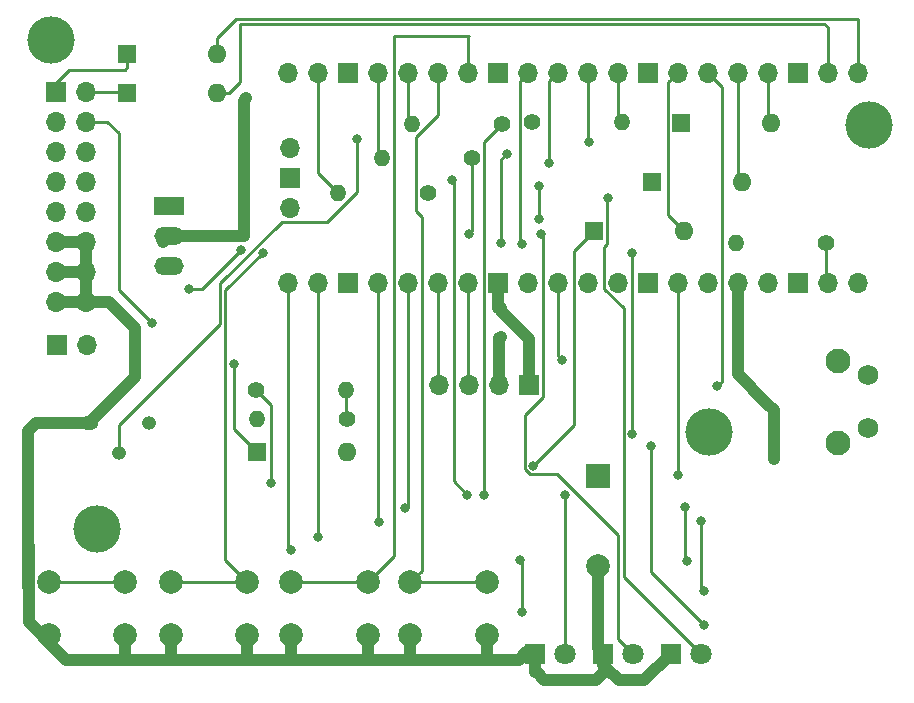
<source format=gbr>
%TF.GenerationSoftware,KiCad,Pcbnew,7.0.8*%
%TF.CreationDate,2024-04-12T09:27:46+03:00*%
%TF.ProjectId,PicoDrive,5069636f-4472-4697-9665-2e6b69636164,rev?*%
%TF.SameCoordinates,PX55854f8PY4548d10*%
%TF.FileFunction,Copper,L2,Bot*%
%TF.FilePolarity,Positive*%
%FSLAX46Y46*%
G04 Gerber Fmt 4.6, Leading zero omitted, Abs format (unit mm)*
G04 Created by KiCad (PCBNEW 7.0.8) date 2024-04-12 09:27:46*
%MOMM*%
%LPD*%
G01*
G04 APERTURE LIST*
%TA.AperFunction,ComponentPad*%
%ADD10R,1.700000X1.700000*%
%TD*%
%TA.AperFunction,ComponentPad*%
%ADD11O,1.700000X1.700000*%
%TD*%
%TA.AperFunction,ComponentPad*%
%ADD12R,2.000000X2.000000*%
%TD*%
%TA.AperFunction,ComponentPad*%
%ADD13C,2.000000*%
%TD*%
%TA.AperFunction,ComponentPad*%
%ADD14C,1.400000*%
%TD*%
%TA.AperFunction,ComponentPad*%
%ADD15O,1.400000X1.400000*%
%TD*%
%TA.AperFunction,ComponentPad*%
%ADD16R,1.600000X1.600000*%
%TD*%
%TA.AperFunction,ComponentPad*%
%ADD17O,1.600000X1.600000*%
%TD*%
%TA.AperFunction,ComponentPad*%
%ADD18R,1.800000X1.800000*%
%TD*%
%TA.AperFunction,ComponentPad*%
%ADD19C,1.800000*%
%TD*%
%TA.AperFunction,ComponentPad*%
%ADD20O,1.600000X1.200000*%
%TD*%
%TA.AperFunction,ComponentPad*%
%ADD21O,1.200000X1.200000*%
%TD*%
%TA.AperFunction,ComponentPad*%
%ADD22C,2.100000*%
%TD*%
%TA.AperFunction,ComponentPad*%
%ADD23C,1.750000*%
%TD*%
%TA.AperFunction,ComponentPad*%
%ADD24R,2.500000X1.500000*%
%TD*%
%TA.AperFunction,ComponentPad*%
%ADD25O,2.500000X1.500000*%
%TD*%
%TA.AperFunction,ViaPad*%
%ADD26C,0.800000*%
%TD*%
%TA.AperFunction,ViaPad*%
%ADD27C,4.000000*%
%TD*%
%TA.AperFunction,Conductor*%
%ADD28C,0.250000*%
%TD*%
%TA.AperFunction,Conductor*%
%ADD29C,1.000000*%
%TD*%
G04 APERTURE END LIST*
D10*
%TO.P,J2,1,Pin_1*%
%TO.N,Net-(J2-Pin_1)*%
X3475000Y-28700000D03*
D11*
%TO.P,J2,2,Pin_2*%
%TO.N,Net-(J2-Pin_2)*%
X6015000Y-28700000D03*
%TD*%
D12*
%TO.P,BZ1,1,-*%
%TO.N,Net-(BZ1--)*%
X49300000Y-39800000D03*
D13*
%TO.P,BZ1,2,+*%
%TO.N,/GND*%
X49300000Y-47400000D03*
%TD*%
D11*
%TO.P,U1,1,GPIO0*%
%TO.N,Net-(D1-A)*%
X71295000Y-5670000D03*
%TO.P,U1,2,GPIO1*%
%TO.N,Net-(D2-A)*%
X68755000Y-5670000D03*
D10*
%TO.P,U1,3,GND*%
%TO.N,/GND*%
X66215000Y-5670000D03*
D11*
%TO.P,U1,4,GPIO2*%
%TO.N,Net-(D15-A)*%
X63675000Y-5670000D03*
%TO.P,U1,5,GPIO3*%
%TO.N,Net-(D14-A)*%
X61135000Y-5670000D03*
%TO.P,U1,6,GPIO4*%
%TO.N,Net-(U1-GPIO4)*%
X58595000Y-5670000D03*
%TO.P,U1,7,GPIO5*%
%TO.N,Net-(D12-A)*%
X56055000Y-5670000D03*
D10*
%TO.P,U1,8,GND*%
%TO.N,/GND*%
X53515000Y-5670000D03*
D11*
%TO.P,U1,9,GPIO6*%
%TO.N,Net-(U1-GPIO6)*%
X50975000Y-5670000D03*
%TO.P,U1,10,GPIO7*%
%TO.N,Net-(J2-Pin_1)*%
X48435000Y-5670000D03*
%TO.P,U1,11,GPIO8*%
%TO.N,Net-(U1-GPIO8)*%
X45895000Y-5670000D03*
%TO.P,U1,12,GPIO9*%
%TO.N,Net-(U1-GPIO9)*%
X43355000Y-5670000D03*
D10*
%TO.P,U1,13,GND*%
%TO.N,/GND*%
X40815000Y-5670000D03*
D11*
%TO.P,U1,14,GPIO10*%
%TO.N,Net-(U1-GPIO10)*%
X38275000Y-5670000D03*
%TO.P,U1,15,GPIO11*%
%TO.N,Net-(U1-GPIO11)*%
X35735000Y-5670000D03*
%TO.P,U1,16,GPIO12*%
%TO.N,Net-(U1-GPIO12)*%
X33195000Y-5670000D03*
%TO.P,U1,17,GPIO13*%
%TO.N,Net-(U1-GPIO13)*%
X30655000Y-5670000D03*
D10*
%TO.P,U1,18,GND*%
%TO.N,/GND*%
X28115000Y-5670000D03*
D11*
%TO.P,U1,19,GPIO14*%
%TO.N,Net-(U1-GPIO14)*%
X25575000Y-5670000D03*
%TO.P,U1,20,GPIO15*%
%TO.N,Net-(J4-DET)*%
X23035000Y-5670000D03*
%TO.P,U1,21,GPIO16*%
%TO.N,/MISO*%
X23035000Y-23450000D03*
%TO.P,U1,22,GPIO17*%
%TO.N,/CS*%
X25575000Y-23450000D03*
D10*
%TO.P,U1,23,GND*%
%TO.N,unconnected-(U1-GND-Pad23)*%
X28115000Y-23450000D03*
D11*
%TO.P,U1,24,GPIO18*%
%TO.N,/SCK*%
X30655000Y-23450000D03*
%TO.P,U1,25,GPIO19*%
%TO.N,/MOSI*%
X33195000Y-23450000D03*
%TO.P,U1,26,GPIO20*%
%TO.N,Net-(J3-Pin_4)*%
X35735000Y-23450000D03*
%TO.P,U1,27,GPIO21*%
%TO.N,Net-(J3-Pin_3)*%
X38275000Y-23450000D03*
D10*
%TO.P,U1,28,GND*%
%TO.N,Net-(J3-Pin_1)*%
X40815000Y-23450000D03*
D11*
%TO.P,U1,29,GPIO22*%
%TO.N,Net-(J2-Pin_2)*%
X43355000Y-23450000D03*
%TO.P,U1,30,RUN*%
%TO.N,Net-(U1-RUN)*%
X45895000Y-23450000D03*
%TO.P,U1,31,GPIO26_ADC0*%
%TO.N,unconnected-(U1-GPIO26_ADC0-Pad31)*%
X48435000Y-23450000D03*
%TO.P,U1,32,GPIO27_ADC1*%
%TO.N,unconnected-(U1-GPIO27_ADC1-Pad32)*%
X50975000Y-23450000D03*
D10*
%TO.P,U1,33,AGND*%
%TO.N,unconnected-(U1-AGND-Pad33)*%
X53515000Y-23450000D03*
D11*
%TO.P,U1,34,GPIO28_ADC2*%
%TO.N,Net-(BZ1--)*%
X56055000Y-23450000D03*
%TO.P,U1,35,ADC_VREF*%
%TO.N,unconnected-(U1-ADC_VREF-Pad35)*%
X58595000Y-23450000D03*
%TO.P,U1,36,3V3*%
%TO.N,/VCC 3.3V*%
X61135000Y-23450000D03*
%TO.P,U1,37,3V3_EN*%
%TO.N,unconnected-(U1-3V3_EN-Pad37)*%
X63675000Y-23450000D03*
D10*
%TO.P,U1,38,GND*%
%TO.N,unconnected-(U1-GND-Pad38)*%
X66215000Y-23450000D03*
D11*
%TO.P,U1,39,VSYS*%
%TO.N,Net-(J3-Pin_2)*%
X68755000Y-23450000D03*
%TO.P,U1,40,VBUS*%
%TO.N,unconnected-(U1-VBUS-Pad40)*%
X71295000Y-23450000D03*
%TO.P,U1,41,SWCLK*%
%TO.N,unconnected-(U1-SWCLK-Pad41)*%
X23265000Y-12020000D03*
D10*
%TO.P,U1,42,GND*%
%TO.N,unconnected-(U1-GND-Pad42)*%
X23265000Y-14560000D03*
D11*
%TO.P,U1,43,SWDIO*%
%TO.N,unconnected-(U1-SWDIO-Pad43)*%
X23265000Y-17100000D03*
%TD*%
D10*
%TO.P,J1,1a,Pin_1a*%
%TO.N,Net-(D1-K)*%
X3435000Y-7255000D03*
D11*
%TO.P,J1,1b,Pin_1b*%
%TO.N,Net-(D2-K)*%
X5975000Y-7255000D03*
%TO.P,J1,2a,Pin_2a*%
%TO.N,Net-(D15-K)*%
X3435000Y-9795000D03*
%TO.P,J1,2b,Pin_2b*%
%TO.N,Net-(D11-K)*%
X5975000Y-9795000D03*
%TO.P,J1,3a,Pin_3a*%
%TO.N,unconnected-(J1-Pin_3a-Pad3a)*%
X3435000Y-12335000D03*
%TO.P,J1,3b,Pin_3b*%
%TO.N,unconnected-(J1-Pin_3b-Pad3b)*%
X5975000Y-12335000D03*
%TO.P,J1,4a,Pin_4a*%
%TO.N,Net-(J1-Pin_4a)*%
X3435000Y-14875000D03*
%TO.P,J1,4b,Pin_4b*%
%TO.N,Net-(J1-Pin_4b)*%
X5975000Y-14875000D03*
%TO.P,J1,5a,Pin_5a*%
%TO.N,Net-(D12-K)*%
X3435000Y-17415000D03*
%TO.P,J1,5b,Pin_5b*%
%TO.N,Net-(D14-K)*%
X5975000Y-17415000D03*
%TO.P,J1,6a,Pin_6a*%
%TO.N,/GND*%
X3435000Y-19955000D03*
%TO.P,J1,6b,Pin_6b*%
X5975000Y-19955000D03*
%TO.P,J1,7a,Pin_7a*%
X3435000Y-22495000D03*
%TO.P,J1,7b,Pin_7b*%
X5975000Y-22495000D03*
%TO.P,J1,8a,Pin_8a*%
X3435000Y-25035000D03*
%TO.P,J1,8b,Pin_8b*%
X5975000Y-25035000D03*
%TD*%
D14*
%TO.P,R22,1*%
%TO.N,Net-(Q3-B)*%
X43705000Y-9825000D03*
D15*
%TO.P,R22,2*%
%TO.N,Net-(U1-GPIO6)*%
X51325000Y-9825000D03*
%TD*%
D14*
%TO.P,R6,1*%
%TO.N,Net-(BL_LED1-A)*%
X34935000Y-15850000D03*
D15*
%TO.P,R6,2*%
%TO.N,Net-(U1-GPIO14)*%
X27315000Y-15850000D03*
%TD*%
D14*
%TO.P,R7,1*%
%TO.N,Net-(RD_LED1-A)*%
X38610000Y-12850000D03*
D15*
%TO.P,R7,2*%
%TO.N,Net-(U1-GPIO13)*%
X30990000Y-12850000D03*
%TD*%
D16*
%TO.P,D2,1,K*%
%TO.N,Net-(D2-K)*%
X9455000Y-7350000D03*
D17*
%TO.P,D2,2,A*%
%TO.N,Net-(D2-A)*%
X17075000Y-7350000D03*
%TD*%
D14*
%TO.P,R26,1*%
%TO.N,Net-(U1-GPIO4)*%
X28025000Y-35000000D03*
D15*
%TO.P,R26,2*%
%TO.N,/GND*%
X20405000Y-35000000D03*
%TD*%
D18*
%TO.P,BL_LED1,1,K*%
%TO.N,/GND*%
X55475000Y-54862500D03*
D19*
%TO.P,BL_LED1,2,A*%
%TO.N,Net-(BL_LED1-A)*%
X58015000Y-54862500D03*
%TD*%
D14*
%TO.P,R25,1*%
%TO.N,Net-(J1-Pin_4a)*%
X20330000Y-32500000D03*
D15*
%TO.P,R25,2*%
%TO.N,Net-(U1-GPIO4)*%
X27950000Y-32500000D03*
%TD*%
D18*
%TO.P,RD_LED1,1,K*%
%TO.N,/GND*%
X49775000Y-54862500D03*
D19*
%TO.P,RD_LED1,2,A*%
%TO.N,Net-(RD_LED1-A)*%
X52315000Y-54862500D03*
%TD*%
D20*
%TO.P,Q3,1,E*%
%TO.N,/GND*%
X6200000Y-35350000D03*
D21*
%TO.P,Q3,2,B*%
%TO.N,Net-(Q3-B)*%
X8740000Y-37890000D03*
%TO.P,Q3,3,C*%
%TO.N,Net-(D11-A)*%
X11280000Y-35350000D03*
%TD*%
D16*
%TO.P,D11,1,K*%
%TO.N,Net-(D11-K)*%
X20400000Y-37775000D03*
D17*
%TO.P,D11,2,A*%
%TO.N,Net-(D11-A)*%
X28020000Y-37775000D03*
%TD*%
D16*
%TO.P,D14,1,K*%
%TO.N,Net-(D14-K)*%
X53880000Y-14875000D03*
D17*
%TO.P,D14,2,A*%
%TO.N,Net-(D14-A)*%
X61500000Y-14875000D03*
%TD*%
D10*
%TO.P,J3,1,Pin_1*%
%TO.N,Net-(J3-Pin_1)*%
X43490000Y-32075000D03*
D11*
%TO.P,J3,2,Pin_2*%
%TO.N,Net-(J3-Pin_2)*%
X40950000Y-32075000D03*
%TO.P,J3,3,Pin_3*%
%TO.N,Net-(J3-Pin_3)*%
X38410000Y-32075000D03*
%TO.P,J3,4,Pin_4*%
%TO.N,Net-(J3-Pin_4)*%
X35870000Y-32075000D03*
%TD*%
D22*
%TO.P,SW_RST1,*%
%TO.N,*%
X69647500Y-30025000D03*
X69647500Y-37035000D03*
D23*
%TO.P,SW_RST1,1,1*%
%TO.N,Net-(U1-RUN)*%
X72137500Y-31275000D03*
%TO.P,SW_RST1,2,2*%
%TO.N,/GND*%
X72137500Y-35775000D03*
%TD*%
D14*
%TO.P,R8,1*%
%TO.N,Net-(GR_LED1-A)*%
X41175000Y-9975000D03*
D15*
%TO.P,R8,2*%
%TO.N,Net-(U1-GPIO12)*%
X33555000Y-9975000D03*
%TD*%
D24*
%TO.P,U2,1,Vin*%
%TO.N,Net-(J1-Pin_4b)*%
X12952500Y-16942500D03*
D25*
%TO.P,U2,2,GND*%
%TO.N,/GND*%
X12952500Y-19482500D03*
%TO.P,U2,3,Vout*%
%TO.N,Net-(J3-Pin_2)*%
X12952500Y-22022500D03*
%TD*%
D14*
%TO.P,R21,1*%
%TO.N,Net-(J3-Pin_2)*%
X68600000Y-20100000D03*
D15*
%TO.P,R21,2*%
%TO.N,Net-(D11-A)*%
X60980000Y-20100000D03*
%TD*%
D13*
%TO.P,SW_ENT1,1,1*%
%TO.N,/GND*%
X29800000Y-53250000D03*
X23300000Y-53250000D03*
%TO.P,SW_ENT1,2,2*%
%TO.N,Net-(U1-GPIO10)*%
X29800000Y-48750000D03*
X23300000Y-48750000D03*
%TD*%
D16*
%TO.P,D15,1,K*%
%TO.N,Net-(D15-K)*%
X56380000Y-9925000D03*
D17*
%TO.P,D15,2,A*%
%TO.N,Net-(D15-A)*%
X64000000Y-9925000D03*
%TD*%
D18*
%TO.P,GR_LED1,1,K*%
%TO.N,/GND*%
X44010000Y-54887500D03*
D19*
%TO.P,GR_LED1,2,A*%
%TO.N,Net-(GR_LED1-A)*%
X46550000Y-54887500D03*
%TD*%
D16*
%TO.P,D1,1,K*%
%TO.N,Net-(D1-K)*%
X9455000Y-4075000D03*
D17*
%TO.P,D1,2,A*%
%TO.N,Net-(D1-A)*%
X17075000Y-4075000D03*
%TD*%
D13*
%TO.P,SW_NXT1,1,1*%
%TO.N,/GND*%
X19625000Y-53250000D03*
X13125000Y-53250000D03*
%TO.P,SW_NXT1,2,2*%
%TO.N,Net-(U1-GPIO9)*%
X19625000Y-48750000D03*
X13125000Y-48750000D03*
%TD*%
D16*
%TO.P,D12,1,K*%
%TO.N,Net-(D12-K)*%
X48965000Y-19050000D03*
D17*
%TO.P,D12,2,A*%
%TO.N,Net-(D12-A)*%
X56585000Y-19050000D03*
%TD*%
D13*
%TO.P,SW_PRV1,1,1*%
%TO.N,/GND*%
X9300000Y-53250000D03*
X2800000Y-53250000D03*
%TO.P,SW_PRV1,2,2*%
%TO.N,Net-(U1-GPIO8)*%
X9300000Y-48750000D03*
X2800000Y-48750000D03*
%TD*%
%TO.P,SW_BCK1,1,1*%
%TO.N,/GND*%
X39925000Y-53300000D03*
X33425000Y-53300000D03*
%TO.P,SW_BCK1,2,2*%
%TO.N,Net-(U1-GPIO11)*%
X39925000Y-48800000D03*
X33425000Y-48800000D03*
%TD*%
D26*
%TO.N,Net-(J2-Pin_1)*%
X48550000Y-11525000D03*
X41575000Y-12550000D03*
X41125000Y-20050000D03*
X19125048Y-20650048D03*
X14650000Y-23975000D03*
D27*
%TO.N,*%
X6900000Y-44325000D03*
X3025000Y-2875000D03*
X58725000Y-36075000D03*
X72275000Y-10100000D03*
D26*
%TO.N,Net-(BZ1--)*%
X56125000Y-39675000D03*
%TO.N,/GND*%
X19525000Y-7825000D03*
%TO.N,Net-(BL_LED1-A)*%
X50150000Y-16250000D03*
%TO.N,Net-(GR_LED1-A)*%
X39675000Y-41375000D03*
X46550000Y-41375000D03*
%TO.N,Net-(RD_LED1-A)*%
X44450000Y-19300000D03*
X38400000Y-19300000D03*
%TO.N,Net-(D11-K)*%
X18475000Y-30350000D03*
X11550000Y-26825000D03*
%TO.N,Net-(D11-A)*%
X52150000Y-20950000D03*
X52200000Y-36250000D03*
%TO.N,Net-(D12-K)*%
X43850000Y-38925000D03*
%TO.N,Net-(D14-K)*%
X44275000Y-18000000D03*
X44275000Y-15250000D03*
%TO.N,Net-(J1-Pin_4a)*%
X21625000Y-40375000D03*
%TO.N,/CS*%
X25600000Y-44925000D03*
%TO.N,/SCK*%
X58300000Y-49500000D03*
X58025000Y-43625000D03*
X30800000Y-43700000D03*
%TO.N,/MOSI*%
X56850000Y-47000000D03*
X56700000Y-42450000D03*
X33000000Y-42525000D03*
%TO.N,/MISO*%
X23325000Y-46050000D03*
X42875000Y-51300000D03*
X42675000Y-46875000D03*
%TO.N,Net-(J3-Pin_2)*%
X41075000Y-28027500D03*
%TO.N,/VCC 3.3V*%
X64175000Y-38350000D03*
X64175000Y-38350000D03*
%TO.N,Net-(J4-DET)*%
X53768476Y-37243476D03*
X58275000Y-52400000D03*
%TO.N,Net-(Q3-B)*%
X28900000Y-11275000D03*
%TO.N,Net-(U1-GPIO4)*%
X59375000Y-32200000D03*
%TO.N,Net-(U1-RUN)*%
X46225000Y-29975000D03*
%TO.N,Net-(U1-GPIO8)*%
X38225000Y-41375000D03*
X36975000Y-14700000D03*
X45175000Y-13300000D03*
%TO.N,Net-(U1-GPIO9)*%
X42900000Y-20175000D03*
X20925000Y-20900000D03*
%TD*%
D28*
%TO.N,Net-(J2-Pin_1)*%
X48435000Y-11410000D02*
X48435000Y-5670000D01*
X48550000Y-11525000D02*
X48435000Y-11410000D01*
X41125000Y-13000000D02*
X41575000Y-12550000D01*
X41125000Y-20050000D02*
X41125000Y-13000000D01*
X15800096Y-23975000D02*
X19125048Y-20650048D01*
X14650000Y-23975000D02*
X15800096Y-23975000D01*
D29*
%TO.N,/GND*%
X10150000Y-31400000D02*
X6200000Y-35350000D01*
X10150000Y-27300000D02*
X10150000Y-31400000D01*
X7885000Y-25035000D02*
X10150000Y-27300000D01*
X5975000Y-25035000D02*
X7885000Y-25035000D01*
D28*
%TO.N,Net-(Q3-B)*%
X26379656Y-18270344D02*
X28900000Y-15750000D01*
X17300000Y-23499695D02*
X22529351Y-18270344D01*
X17300000Y-26925000D02*
X17300000Y-23499695D01*
X22529351Y-18270344D02*
X26379656Y-18270344D01*
X8740000Y-35485000D02*
X17300000Y-26925000D01*
X28900000Y-15750000D02*
X28900000Y-11275000D01*
X8740000Y-37890000D02*
X8740000Y-35485000D01*
%TO.N,Net-(D11-K)*%
X8750000Y-10775000D02*
X7770000Y-9795000D01*
X11550000Y-26825000D02*
X8750000Y-24025000D01*
X8750000Y-24025000D02*
X8750000Y-10775000D01*
X7770000Y-9795000D02*
X5975000Y-9795000D01*
%TO.N,Net-(BZ1--)*%
X56055000Y-38055000D02*
X56055000Y-37925000D01*
X56100000Y-38100000D02*
X56055000Y-38055000D01*
X56055000Y-37925000D02*
X56055000Y-23450000D01*
X56125000Y-39675000D02*
X56125000Y-37995000D01*
X56125000Y-37995000D02*
X56055000Y-37925000D01*
D29*
%TO.N,/GND*%
X12480000Y-19955000D02*
X12952500Y-19482500D01*
X23300000Y-55187500D02*
X23300000Y-53250000D01*
X1025000Y-36025000D02*
X1700000Y-35350000D01*
D28*
X9300000Y-53250000D02*
X9300000Y-55012500D01*
D29*
X12952500Y-19482500D02*
X19332500Y-19482500D01*
X33750000Y-55362500D02*
X33425000Y-55037500D01*
X49775000Y-55800000D02*
X50100000Y-56125000D01*
X1100000Y-52162500D02*
X1100000Y-45712500D01*
X49175000Y-57050000D02*
X50100000Y-56125000D01*
X13300000Y-55362500D02*
X19400000Y-55362500D01*
X13300000Y-55362500D02*
X13125000Y-55187500D01*
X13125000Y-55187500D02*
X13125000Y-53250000D01*
X49300000Y-47400000D02*
X49300000Y-54387500D01*
X3435000Y-25035000D02*
X5975000Y-25035000D01*
X44725000Y-57050000D02*
X49175000Y-57050000D01*
X1025000Y-42550000D02*
X1025000Y-49200000D01*
X3435000Y-19955000D02*
X5975000Y-19955000D01*
X19332500Y-8017500D02*
X19525000Y-7825000D01*
X3435000Y-22495000D02*
X5975000Y-22495000D01*
X12725000Y-55362500D02*
X9425000Y-55362500D01*
X5975000Y-19955000D02*
X5975000Y-22495000D01*
X23475000Y-55362500D02*
X23300000Y-55187500D01*
X29800000Y-53250000D02*
X29800000Y-55087500D01*
X50100000Y-56125000D02*
X51075000Y-57100000D01*
X33425000Y-55037500D02*
X33425000Y-53300000D01*
X30075000Y-55362500D02*
X33750000Y-55362500D01*
X51075000Y-57100000D02*
X53237500Y-57100000D01*
X1025000Y-36025000D02*
X1025000Y-42550000D01*
X9425000Y-55362500D02*
X9300000Y-55237500D01*
X19332500Y-19482500D02*
X19332500Y-8017500D01*
X19625000Y-53250000D02*
X19625000Y-55137500D01*
X53237500Y-57100000D02*
X55475000Y-54862500D01*
X4300000Y-55362500D02*
X1100000Y-52162500D01*
X44010000Y-56435000D02*
X44110000Y-56435000D01*
D28*
X9300000Y-55012500D02*
X9350000Y-55062500D01*
D29*
X39925000Y-55187500D02*
X39925000Y-53300000D01*
X44010000Y-54887500D02*
X44010000Y-56435000D01*
X44110000Y-56435000D02*
X44725000Y-57050000D01*
X49300000Y-54387500D02*
X49775000Y-54862500D01*
D28*
X13125000Y-54962500D02*
X12725000Y-55362500D01*
D29*
X19400000Y-55362500D02*
X23475000Y-55362500D01*
X9425000Y-55362500D02*
X4300000Y-55362500D01*
X12725000Y-55362500D02*
X13300000Y-55362500D01*
X33750000Y-55362500D02*
X39750000Y-55362500D01*
X23475000Y-55362500D02*
X30075000Y-55362500D01*
X42600000Y-55362500D02*
X39750000Y-55362500D01*
X39750000Y-55362500D02*
X39925000Y-55187500D01*
X43250000Y-54712500D02*
X42600000Y-55362500D01*
X1700000Y-35350000D02*
X6200000Y-35350000D01*
X29800000Y-55087500D02*
X30075000Y-55362500D01*
X9300000Y-55237500D02*
X9300000Y-53250000D01*
X19625000Y-55137500D02*
X19400000Y-55362500D01*
X49775000Y-54862500D02*
X49775000Y-55800000D01*
X5975000Y-22495000D02*
X5975000Y-25035000D01*
D28*
%TO.N,Net-(BL_LED1-A)*%
X50100000Y-16300000D02*
X50150000Y-16250000D01*
X49800000Y-23935054D02*
X49800000Y-20450000D01*
X50100000Y-20150000D02*
X50100000Y-16300000D01*
X49800000Y-20450000D02*
X50100000Y-20150000D01*
X58015000Y-54862500D02*
X51475000Y-48322500D01*
X51475000Y-25610054D02*
X49800000Y-23935054D01*
X51475000Y-48322500D02*
X51475000Y-25610054D01*
%TO.N,Net-(GR_LED1-A)*%
X46550000Y-41375000D02*
X46550000Y-54887500D01*
X39640000Y-35740305D02*
X39640000Y-41340000D01*
X39640000Y-41340000D02*
X39675000Y-41375000D01*
X39640000Y-11510000D02*
X41175000Y-9975000D01*
X39640000Y-35740305D02*
X39640000Y-11510000D01*
%TO.N,Net-(RD_LED1-A)*%
X44450000Y-19300000D02*
X44665000Y-19515000D01*
X51025000Y-53572500D02*
X52315000Y-54862500D01*
X38610000Y-19090000D02*
X38610000Y-12850000D01*
X44665000Y-19515000D02*
X44665000Y-33122345D01*
X43549695Y-39650000D02*
X45850305Y-39650000D01*
X38400000Y-19300000D02*
X38610000Y-19090000D01*
X44665000Y-33122345D02*
X43125000Y-34662345D01*
X43125000Y-39225305D02*
X43549695Y-39650000D01*
X51025000Y-44824695D02*
X51025000Y-53572500D01*
X43125000Y-34662345D02*
X43125000Y-39225305D01*
X45850305Y-39650000D02*
X51025000Y-44824695D01*
%TO.N,Net-(D11-K)*%
X18475000Y-35850000D02*
X20400000Y-37775000D01*
X18475000Y-30350000D02*
X18475000Y-35850000D01*
X6030000Y-9850000D02*
X5975000Y-9795000D01*
%TO.N,Net-(D11-A)*%
X52200000Y-21000000D02*
X52150000Y-20950000D01*
X52200000Y-36250000D02*
X52200000Y-21000000D01*
%TO.N,Net-(D12-K)*%
X43850000Y-38925000D02*
X47260000Y-35515000D01*
X47260000Y-35515000D02*
X47260000Y-20755000D01*
X47260000Y-20755000D02*
X48965000Y-19050000D01*
%TO.N,Net-(D12-A)*%
X56055000Y-5670000D02*
X55255000Y-6470000D01*
X55255000Y-6470000D02*
X55255000Y-17720000D01*
X55255000Y-17720000D02*
X56585000Y-19050000D01*
%TO.N,Net-(D14-K)*%
X44275000Y-18000000D02*
X44275000Y-15250000D01*
%TO.N,Net-(D14-A)*%
X61135000Y-5670000D02*
X61135000Y-14510000D01*
X61135000Y-14510000D02*
X61500000Y-14875000D01*
%TO.N,Net-(D15-A)*%
X63675000Y-5670000D02*
X63675000Y-9600000D01*
X63675000Y-9600000D02*
X64000000Y-9925000D01*
%TO.N,Net-(J1-Pin_4a)*%
X20330000Y-32500000D02*
X21625000Y-33795000D01*
X21625000Y-33795000D02*
X21625000Y-40375000D01*
%TO.N,/CS*%
X25575000Y-23450000D02*
X25575000Y-44900000D01*
X25575000Y-44900000D02*
X25600000Y-44925000D01*
%TO.N,/SCK*%
X58025000Y-49225000D02*
X58300000Y-49500000D01*
X30655000Y-43555000D02*
X30800000Y-43700000D01*
X58025000Y-43625000D02*
X58025000Y-49225000D01*
X30655000Y-23450000D02*
X30655000Y-43555000D01*
%TO.N,/MOSI*%
X56700000Y-46850000D02*
X56850000Y-47000000D01*
X56700000Y-42450000D02*
X56700000Y-46850000D01*
X33195000Y-42330000D02*
X33000000Y-42525000D01*
X33195000Y-23450000D02*
X33195000Y-42330000D01*
%TO.N,/MISO*%
X23035000Y-23450000D02*
X23035000Y-45760000D01*
X42875000Y-47075000D02*
X42875000Y-51300000D01*
X23035000Y-45760000D02*
X23325000Y-46050000D01*
X42675000Y-46875000D02*
X42875000Y-47075000D01*
D29*
%TO.N,Net-(J3-Pin_1)*%
X40815000Y-25615000D02*
X41090000Y-25615000D01*
X43490000Y-28240000D02*
X43490000Y-32075000D01*
X41090000Y-25840000D02*
X43490000Y-28240000D01*
X40815000Y-23450000D02*
X40815000Y-25615000D01*
X41090000Y-25615000D02*
X41090000Y-25840000D01*
%TO.N,Net-(J3-Pin_2)*%
X40950000Y-32075000D02*
X40950000Y-28152500D01*
X40950000Y-28152500D02*
X41075000Y-28027500D01*
D28*
X68600000Y-23295000D02*
X68755000Y-23450000D01*
X68600000Y-20100000D02*
X68600000Y-23295000D01*
%TO.N,Net-(J3-Pin_3)*%
X38275000Y-31940000D02*
X38410000Y-32075000D01*
X38275000Y-23450000D02*
X38275000Y-31940000D01*
%TO.N,Net-(J3-Pin_4)*%
X35735000Y-23450000D02*
X35735000Y-31940000D01*
X35735000Y-31940000D02*
X35870000Y-32075000D01*
%TO.N,Net-(D1-K)*%
X3435000Y-7255000D02*
X3435000Y-6490000D01*
X9455000Y-4075000D02*
X9455000Y-5195000D01*
X4525000Y-5400000D02*
X9250000Y-5400000D01*
X3435000Y-6490000D02*
X4525000Y-5400000D01*
X9455000Y-5195000D02*
X9250000Y-5400000D01*
D29*
%TO.N,/VCC 3.3V*%
X61135000Y-31185000D02*
X63650000Y-33700000D01*
X61135000Y-23450000D02*
X61135000Y-31185000D01*
X63650000Y-33700000D02*
X64175000Y-34225000D01*
X64175000Y-34225000D02*
X64175000Y-38350000D01*
D28*
%TO.N,Net-(J4-DET)*%
X53768476Y-37243476D02*
X53768476Y-47893476D01*
X53768476Y-47893476D02*
X58275000Y-52400000D01*
%TO.N,Net-(U1-GPIO14)*%
X25575000Y-14110000D02*
X27315000Y-15850000D01*
X25575000Y-5670000D02*
X25575000Y-14110000D01*
%TO.N,Net-(U1-GPIO13)*%
X30655000Y-12515000D02*
X30990000Y-12850000D01*
X30655000Y-5670000D02*
X30655000Y-12515000D01*
%TO.N,Net-(U1-GPIO12)*%
X33195000Y-9615000D02*
X33555000Y-9975000D01*
X33195000Y-5670000D02*
X33195000Y-9615000D01*
%TO.N,Net-(U1-GPIO6)*%
X50975000Y-9475000D02*
X51325000Y-9825000D01*
X50975000Y-5670000D02*
X50975000Y-9475000D01*
%TO.N,Net-(U1-GPIO4)*%
X59770000Y-31380000D02*
X59770000Y-31805000D01*
X58595000Y-5670000D02*
X59770000Y-6845000D01*
X27950000Y-34925000D02*
X28025000Y-35000000D01*
X27950000Y-32500000D02*
X27950000Y-34925000D01*
X59770000Y-6845000D02*
X59770000Y-31380000D01*
X59770000Y-31805000D02*
X59375000Y-32200000D01*
%TO.N,Net-(U1-RUN)*%
X45895000Y-23450000D02*
X45895000Y-29645000D01*
X45895000Y-29645000D02*
X46225000Y-29975000D01*
%TO.N,Net-(U1-GPIO8)*%
X45175000Y-13300000D02*
X45175000Y-6390000D01*
X38225000Y-41375000D02*
X37100000Y-40250000D01*
X45175000Y-6390000D02*
X45895000Y-5670000D01*
X2800000Y-48750000D02*
X9300000Y-48750000D01*
X37100000Y-40250000D02*
X37100000Y-14825000D01*
X37100000Y-14825000D02*
X36975000Y-14700000D01*
%TO.N,Net-(U1-GPIO9)*%
X42680000Y-6345000D02*
X43355000Y-5670000D01*
X42900000Y-20175000D02*
X42680000Y-19955000D01*
X13125000Y-48750000D02*
X19625000Y-48750000D01*
X17750000Y-46875000D02*
X17750000Y-24075000D01*
X19625000Y-48750000D02*
X17750000Y-46875000D01*
X17750000Y-24075000D02*
X20925000Y-20900000D01*
X42680000Y-19955000D02*
X42680000Y-6345000D01*
%TO.N,Net-(U1-GPIO10)*%
X38365000Y-2560000D02*
X38275000Y-2650000D01*
X29800000Y-48750000D02*
X32015000Y-46535000D01*
X38275000Y-2650000D02*
X38275000Y-5670000D01*
X23300000Y-48750000D02*
X29800000Y-48750000D01*
X32015000Y-2560000D02*
X38365000Y-2560000D01*
X32015000Y-46535000D02*
X32015000Y-2560000D01*
%TO.N,Net-(U1-GPIO11)*%
X33425000Y-48800000D02*
X34370000Y-47855000D01*
X33425000Y-48800000D02*
X39925000Y-48800000D01*
X34370000Y-17862764D02*
X33910000Y-17402764D01*
X33910000Y-17402764D02*
X33910000Y-11067764D01*
X35735000Y-9242764D02*
X35735000Y-5670000D01*
X34370000Y-47855000D02*
X34370000Y-17862764D01*
X33910000Y-11067764D02*
X35735000Y-9242764D01*
%TO.N,Net-(D1-A)*%
X71295000Y-1080000D02*
X18695000Y-1080000D01*
X17075000Y-2700000D02*
X17075000Y-4075000D01*
X18695000Y-1080000D02*
X17075000Y-2700000D01*
X71295000Y-5670000D02*
X71295000Y-1080000D01*
%TO.N,Net-(D2-K)*%
X5975000Y-7255000D02*
X8820000Y-7255000D01*
%TO.N,Net-(D2-A)*%
X17075000Y-7350000D02*
X18075000Y-7350000D01*
X19000000Y-6425000D02*
X19000000Y-1530000D01*
X18075000Y-7350000D02*
X19000000Y-6425000D01*
X19000000Y-1530000D02*
X68480000Y-1530000D01*
X68480000Y-1530000D02*
X68755000Y-1805000D01*
X68755000Y-1805000D02*
X68755000Y-5670000D01*
X19000000Y-6435000D02*
X19000000Y-6425000D01*
%TD*%
M02*

</source>
